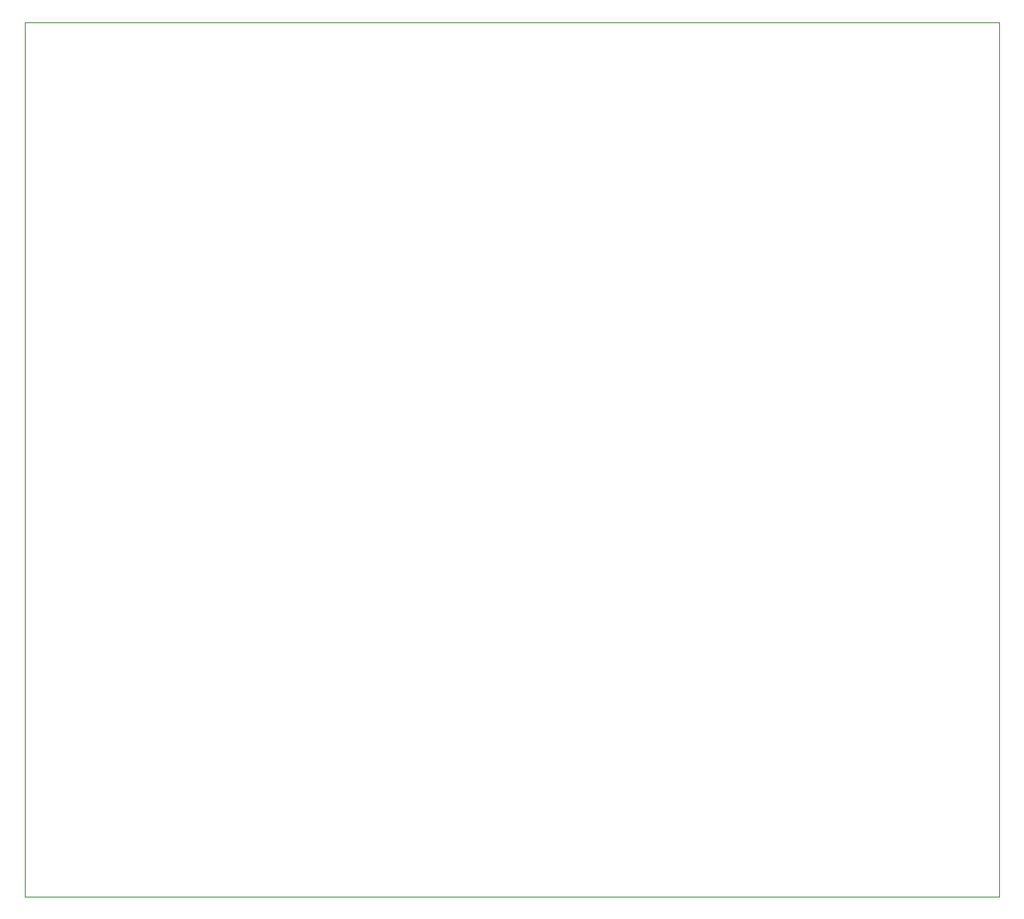
<source format=gbr>
%TF.GenerationSoftware,KiCad,Pcbnew,(6.0.0)*%
%TF.CreationDate,2021-12-31T20:21:35-08:00*%
%TF.ProjectId,thumbler_left,7468756d-626c-4657-925f-6c6566742e6b,rev?*%
%TF.SameCoordinates,Original*%
%TF.FileFunction,Profile,NP*%
%FSLAX46Y46*%
G04 Gerber Fmt 4.6, Leading zero omitted, Abs format (unit mm)*
G04 Created by KiCad (PCBNEW (6.0.0)) date 2021-12-31 20:21:35*
%MOMM*%
%LPD*%
G01*
G04 APERTURE LIST*
%TA.AperFunction,Profile*%
%ADD10C,0.050000*%
%TD*%
G04 APERTURE END LIST*
D10*
X92075000Y-160655000D02*
X191770000Y-160655000D01*
X191770000Y-160655000D02*
X191770000Y-250190000D01*
X191770000Y-250190000D02*
X92075000Y-250190000D01*
X92075000Y-250190000D02*
X92075000Y-160655000D01*
M02*

</source>
